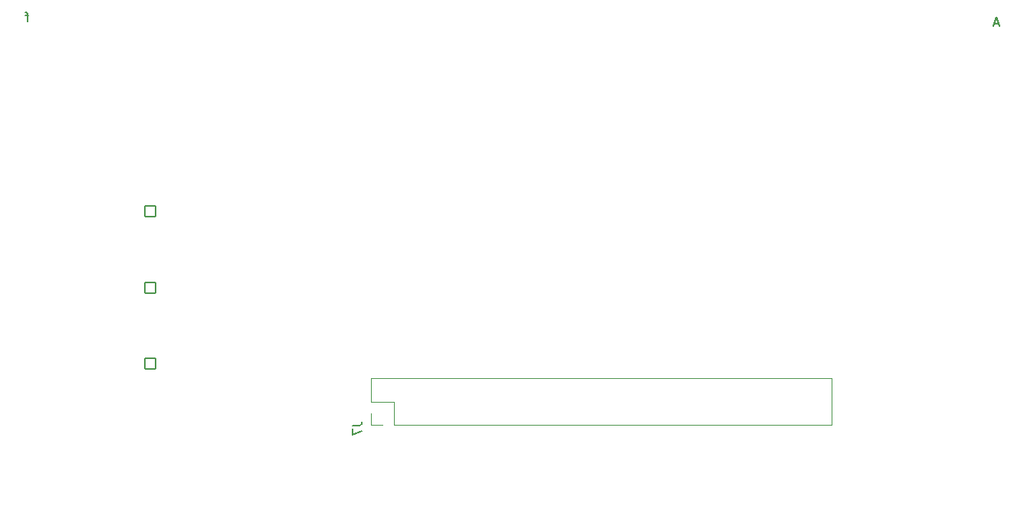
<source format=gbr>
%TF.GenerationSoftware,KiCad,Pcbnew,9.0.3*%
%TF.CreationDate,2025-07-10T15:06:49-06:00*%
%TF.ProjectId,mister-vector,6d697374-6572-42d7-9665-63746f722e6b,rev?*%
%TF.SameCoordinates,Original*%
%TF.FileFunction,Legend,Bot*%
%TF.FilePolarity,Positive*%
%FSLAX46Y46*%
G04 Gerber Fmt 4.6, Leading zero omitted, Abs format (unit mm)*
G04 Created by KiCad (PCBNEW 9.0.3) date 2025-07-10 15:06:49*
%MOMM*%
%LPD*%
G01*
G04 APERTURE LIST*
G04 Aperture macros list*
%AMRoundRect*
0 Rectangle with rounded corners*
0 $1 Rounding radius*
0 $2 $3 $4 $5 $6 $7 $8 $9 X,Y pos of 4 corners*
0 Add a 4 corners polygon primitive as box body*
4,1,4,$2,$3,$4,$5,$6,$7,$8,$9,$2,$3,0*
0 Add four circle primitives for the rounded corners*
1,1,$1+$1,$2,$3*
1,1,$1+$1,$4,$5*
1,1,$1+$1,$6,$7*
1,1,$1+$1,$8,$9*
0 Add four rect primitives between the rounded corners*
20,1,$1+$1,$2,$3,$4,$5,0*
20,1,$1+$1,$4,$5,$6,$7,0*
20,1,$1+$1,$6,$7,$8,$9,0*
20,1,$1+$1,$8,$9,$2,$3,0*%
G04 Aperture macros list end*
%ADD10C,0.150000*%
%ADD11C,0.120000*%
%ADD12C,0.100000*%
%ADD13C,1.800000*%
%ADD14C,4.460000*%
%ADD15C,0.800000*%
%ADD16C,6.000000*%
%ADD17R,3.500000X3.500000*%
%ADD18RoundRect,0.750000X0.750000X1.000000X-0.750000X1.000000X-0.750000X-1.000000X0.750000X-1.000000X0*%
%ADD19RoundRect,0.875000X0.875000X0.875000X-0.875000X0.875000X-0.875000X-0.875000X0.875000X-0.875000X0*%
%ADD20C,3.000000*%
%ADD21R,1.700000X1.700000*%
%ADD22C,1.700000*%
%ADD23O,1.524000X2.844800*%
%ADD24RoundRect,0.102000X-0.611000X-0.611000X0.611000X-0.611000X0.611000X0.611000X-0.611000X0.611000X0*%
%ADD25C,1.426000*%
%ADD26R,2.350000X8.000000*%
%ADD27O,1.700000X1.700000*%
G04 APERTURE END LIST*
D10*
X139764476Y-103870819D02*
X140097809Y-103394628D01*
X140335904Y-103870819D02*
X140335904Y-102870819D01*
X140335904Y-102870819D02*
X139954952Y-102870819D01*
X139954952Y-102870819D02*
X139859714Y-102918438D01*
X139859714Y-102918438D02*
X139812095Y-102966057D01*
X139812095Y-102966057D02*
X139764476Y-103061295D01*
X139764476Y-103061295D02*
X139764476Y-103204152D01*
X139764476Y-103204152D02*
X139812095Y-103299390D01*
X139812095Y-103299390D02*
X139859714Y-103347009D01*
X139859714Y-103347009D02*
X139954952Y-103394628D01*
X139954952Y-103394628D02*
X140335904Y-103394628D01*
X51930077Y-49639152D02*
X51549125Y-49639152D01*
X51787220Y-50305819D02*
X51787220Y-49448676D01*
X51787220Y-49448676D02*
X51739601Y-49353438D01*
X51739601Y-49353438D02*
X51644363Y-49305819D01*
X51644363Y-49305819D02*
X51549125Y-49305819D01*
X159084839Y-50520104D02*
X158608649Y-50520104D01*
X159180077Y-50805819D02*
X158846744Y-49805819D01*
X158846744Y-49805819D02*
X158513411Y-50805819D01*
X87747819Y-94946666D02*
X88462104Y-94946666D01*
X88462104Y-94946666D02*
X88604961Y-94899047D01*
X88604961Y-94899047D02*
X88700200Y-94803809D01*
X88700200Y-94803809D02*
X88747819Y-94660952D01*
X88747819Y-94660952D02*
X88747819Y-94565714D01*
X87747819Y-95327619D02*
X87747819Y-95994285D01*
X87747819Y-95994285D02*
X88747819Y-95565714D01*
D11*
%TO.C,J7*%
X89733000Y-89730000D02*
X89733000Y-92330000D01*
X89733000Y-89730000D02*
X140653000Y-89730000D01*
X89733000Y-92330000D02*
X92333000Y-92330000D01*
X89733000Y-93600000D02*
X89733000Y-94930000D01*
X89733000Y-94930000D02*
X91063000Y-94930000D01*
X92333000Y-92330000D02*
X92333000Y-94930000D01*
X92333000Y-94930000D02*
X140653000Y-94930000D01*
X140653000Y-89730000D02*
X140653000Y-94930000D01*
%TD*%
%LPC*%
%TO.C,J8*%
D12*
X44624000Y-37186000D02*
X165124000Y-37186000D01*
X165124000Y-47936000D01*
X44624000Y-47936000D01*
X44624000Y-37186000D01*
G36*
X44624000Y-37186000D02*
G01*
X165124000Y-37186000D01*
X165124000Y-47936000D01*
X44624000Y-47936000D01*
X44624000Y-37186000D01*
G37*
%TD*%
D13*
%TO.C,VR4*%
X133808000Y-104731000D03*
X133808000Y-107231000D03*
X133808000Y-109731000D03*
D14*
X140808000Y-102831000D03*
X140808000Y-111631000D03*
%TD*%
D15*
%TO.C,H3*%
X157139000Y-92711000D03*
X157798010Y-91120010D03*
X157798010Y-94301990D03*
X159389000Y-90461000D03*
D16*
X159389000Y-92711000D03*
D15*
X159389000Y-94961000D03*
X160979990Y-91120010D03*
X160979990Y-94301990D03*
X161639000Y-92711000D03*
%TD*%
D17*
%TO.C,J10*%
X148630000Y-145486000D03*
D18*
X154630000Y-145486000D03*
D19*
X151630000Y-140786000D03*
%TD*%
D15*
%TO.C,H2*%
X56682000Y-92711000D03*
X57341010Y-91120010D03*
X57341010Y-94301990D03*
X58932000Y-90461000D03*
D16*
X58932000Y-92711000D03*
D15*
X58932000Y-94961000D03*
X60522990Y-91120010D03*
X60522990Y-94301990D03*
X61182000Y-92711000D03*
%TD*%
D20*
%TO.C,H7*%
X91063000Y-142495000D03*
%TD*%
D21*
%TO.C,J100*%
X133128000Y-140886000D03*
D22*
X135668000Y-140886000D03*
X138208000Y-140886000D03*
%TD*%
D23*
%TO.C,U1*%
X66948000Y-100247000D03*
X69488000Y-100247000D03*
X74568000Y-100247000D03*
X77108000Y-100247000D03*
X79648000Y-100247000D03*
%TD*%
D15*
%TO.C,H4*%
X56682000Y-154941000D03*
X57341010Y-153350010D03*
X57341010Y-156531990D03*
X58932000Y-152691000D03*
D16*
X58932000Y-154941000D03*
D15*
X58932000Y-157191000D03*
X60522990Y-153350010D03*
X60522990Y-156531990D03*
X61182000Y-154941000D03*
%TD*%
D24*
%TO.C,VR3*%
X65402500Y-88156000D03*
D25*
X67942500Y-85616000D03*
X70482500Y-88156000D03*
%TD*%
D24*
%TO.C,VR2*%
X65402500Y-79756000D03*
D25*
X67942500Y-77216000D03*
X70482500Y-79756000D03*
%TD*%
D20*
%TO.C,H8*%
X91063000Y-110237000D03*
%TD*%
D24*
%TO.C,VR1*%
X65402500Y-71256000D03*
D25*
X67942500Y-68716000D03*
X70482500Y-71256000D03*
%TD*%
D20*
%TO.C,H6*%
X123448000Y-142495000D03*
%TD*%
D15*
%TO.C,H1*%
X157139000Y-154941000D03*
X157798010Y-153350010D03*
X157798010Y-156531990D03*
X159389000Y-152691000D03*
D16*
X159389000Y-154941000D03*
D15*
X159389000Y-157191000D03*
X160979990Y-153350010D03*
X160979990Y-156531990D03*
X161639000Y-154941000D03*
%TD*%
D20*
%TO.C,H5*%
X123448000Y-110269000D03*
%TD*%
D26*
%TO.C,J8*%
X158724000Y-43986000D03*
X154764000Y-43986000D03*
X150804000Y-43986000D03*
X146844000Y-43986000D03*
X142884000Y-43986000D03*
X138924000Y-43986000D03*
X131004000Y-43986000D03*
X127044000Y-43986000D03*
X123084000Y-43986000D03*
X119124000Y-43986000D03*
X115164000Y-43986000D03*
X111204000Y-43986000D03*
X107244000Y-43986000D03*
X103284000Y-43986000D03*
X99324000Y-43986000D03*
X95364000Y-43986000D03*
X91404000Y-43986000D03*
X87444000Y-43986000D03*
X83484000Y-43986000D03*
X79524000Y-43986000D03*
X75564000Y-43986000D03*
X71604000Y-43986000D03*
X67644000Y-43986000D03*
X63684000Y-43986000D03*
X59724000Y-43986000D03*
X55764000Y-43986000D03*
X51804000Y-43986000D03*
X158724000Y-43986000D03*
X154764000Y-43986000D03*
X150804000Y-43986000D03*
X146844000Y-43986000D03*
X142884000Y-43986000D03*
X138924000Y-43986000D03*
X131004000Y-43986000D03*
X127044000Y-43986000D03*
X123084000Y-43986000D03*
X119124000Y-43986000D03*
X115164000Y-43986000D03*
X111204000Y-43986000D03*
X107244000Y-43986000D03*
X103284000Y-43986000D03*
X99324000Y-43986000D03*
X95364000Y-43986000D03*
X91404000Y-43986000D03*
X87444000Y-43986000D03*
X83484000Y-43986000D03*
X79524000Y-43986000D03*
X75564000Y-43986000D03*
X71604000Y-43986000D03*
X67644000Y-43986000D03*
X63684000Y-43986000D03*
X59724000Y-43986000D03*
X55764000Y-43986000D03*
X51804000Y-43986000D03*
%TD*%
D21*
%TO.C,J7*%
X91063000Y-93600000D03*
D27*
X91063000Y-91060000D03*
X93603000Y-93600000D03*
X93603000Y-91060000D03*
X96143000Y-93600000D03*
X96143000Y-91060000D03*
X98683000Y-93600000D03*
X98683000Y-91060000D03*
X101223000Y-93600000D03*
X101223000Y-91060000D03*
X103763000Y-93600000D03*
X103763000Y-91060000D03*
X106303000Y-93600000D03*
X106303000Y-91060000D03*
X108843000Y-93600000D03*
X108843000Y-91060000D03*
X111383000Y-93600000D03*
X111383000Y-91060000D03*
X113923000Y-93600000D03*
X113923000Y-91060000D03*
X116463000Y-93600000D03*
X116463000Y-91060000D03*
X119003000Y-93600000D03*
X119003000Y-91060000D03*
X121543000Y-93600000D03*
X121543000Y-91060000D03*
X124083000Y-93600000D03*
X124083000Y-91060000D03*
X126623000Y-93600000D03*
X126623000Y-91060000D03*
X129163000Y-93600000D03*
X129163000Y-91060000D03*
X131703000Y-93600000D03*
X131703000Y-91060000D03*
X134243000Y-93600000D03*
X134243000Y-91060000D03*
X136783000Y-93600000D03*
X136783000Y-91060000D03*
X139323000Y-93600000D03*
X139323000Y-91060000D03*
%TD*%
%LPD*%
M02*

</source>
